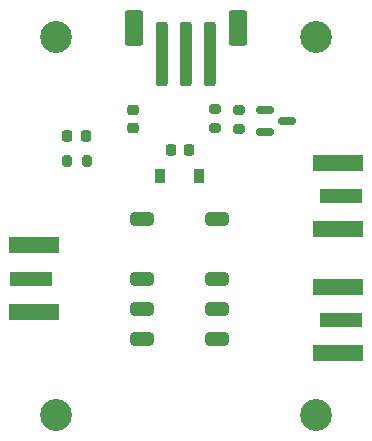
<source format=gbr>
%TF.GenerationSoftware,KiCad,Pcbnew,(6.0.1)*%
%TF.CreationDate,2022-02-13T11:50:17+00:00*%
%TF.ProjectId,Relay_RF_EE2,52656c61-795f-4524-965f-4545322e6b69,rev?*%
%TF.SameCoordinates,Original*%
%TF.FileFunction,Soldermask,Top*%
%TF.FilePolarity,Negative*%
%FSLAX46Y46*%
G04 Gerber Fmt 4.6, Leading zero omitted, Abs format (unit mm)*
G04 Created by KiCad (PCBNEW (6.0.1)) date 2022-02-13 11:50:17*
%MOMM*%
%LPD*%
G01*
G04 APERTURE LIST*
G04 Aperture macros list*
%AMRoundRect*
0 Rectangle with rounded corners*
0 $1 Rounding radius*
0 $2 $3 $4 $5 $6 $7 $8 $9 X,Y pos of 4 corners*
0 Add a 4 corners polygon primitive as box body*
4,1,4,$2,$3,$4,$5,$6,$7,$8,$9,$2,$3,0*
0 Add four circle primitives for the rounded corners*
1,1,$1+$1,$2,$3*
1,1,$1+$1,$4,$5*
1,1,$1+$1,$6,$7*
1,1,$1+$1,$8,$9*
0 Add four rect primitives between the rounded corners*
20,1,$1+$1,$2,$3,$4,$5,0*
20,1,$1+$1,$4,$5,$6,$7,0*
20,1,$1+$1,$6,$7,$8,$9,0*
20,1,$1+$1,$8,$9,$2,$3,0*%
G04 Aperture macros list end*
%ADD10C,2.700000*%
%ADD11R,3.600000X1.270000*%
%ADD12R,4.200000X1.350000*%
%ADD13RoundRect,0.200000X0.200000X0.275000X-0.200000X0.275000X-0.200000X-0.275000X0.200000X-0.275000X0*%
%ADD14RoundRect,0.200000X0.275000X-0.200000X0.275000X0.200000X-0.275000X0.200000X-0.275000X-0.200000X0*%
%ADD15RoundRect,0.225000X0.225000X0.250000X-0.225000X0.250000X-0.225000X-0.250000X0.225000X-0.250000X0*%
%ADD16RoundRect,0.200000X-0.275000X0.200000X-0.275000X-0.200000X0.275000X-0.200000X0.275000X0.200000X0*%
%ADD17RoundRect,0.225000X0.250000X-0.225000X0.250000X0.225000X-0.250000X0.225000X-0.250000X-0.225000X0*%
%ADD18RoundRect,0.250000X-0.250000X-2.500000X0.250000X-2.500000X0.250000X2.500000X-0.250000X2.500000X0*%
%ADD19RoundRect,0.250000X-0.550000X-1.250000X0.550000X-1.250000X0.550000X1.250000X-0.550000X1.250000X0*%
%ADD20RoundRect,0.218750X-0.218750X-0.256250X0.218750X-0.256250X0.218750X0.256250X-0.218750X0.256250X0*%
%ADD21RoundRect,0.150000X-0.587500X-0.150000X0.587500X-0.150000X0.587500X0.150000X-0.587500X0.150000X0*%
%ADD22RoundRect,0.249750X-0.750250X0.305250X-0.750250X-0.305250X0.750250X-0.305250X0.750250X0.305250X0*%
%ADD23R,0.900000X1.200000*%
G04 APERTURE END LIST*
D10*
%TO.C,H1*%
X104000000Y-104000000D03*
%TD*%
D11*
%TO.C,J2*%
X101900000Y-124500000D03*
D12*
X102100000Y-127325000D03*
X102100000Y-121675000D03*
%TD*%
D13*
%TO.C,R2*%
X106612500Y-114550000D03*
X104962500Y-114550000D03*
%TD*%
D14*
%TO.C,R1*%
X117450000Y-111775000D03*
X117450000Y-110125000D03*
%TD*%
D15*
%TO.C,C2*%
X115250000Y-113575000D03*
X113700000Y-113575000D03*
%TD*%
D16*
%TO.C,R3*%
X119500000Y-110175000D03*
X119500000Y-111825000D03*
%TD*%
D17*
%TO.C,C1*%
X110550000Y-111725000D03*
X110550000Y-110175000D03*
%TD*%
D10*
%TO.C,H4*%
X126000000Y-136000000D03*
%TD*%
%TO.C,H2*%
X104000000Y-136000000D03*
%TD*%
D18*
%TO.C,J1*%
X113000000Y-105500000D03*
X115000000Y-105500000D03*
X117000000Y-105500000D03*
D19*
X119400000Y-103250000D03*
X110600000Y-103250000D03*
%TD*%
D11*
%TO.C,J4*%
X128100000Y-128000000D03*
D12*
X127900000Y-125175000D03*
X127900000Y-130825000D03*
%TD*%
D20*
%TO.C,D2*%
X104962500Y-112450000D03*
X106537500Y-112450000D03*
%TD*%
D21*
%TO.C,Q1*%
X121662500Y-110200000D03*
X121662500Y-112100000D03*
X123537500Y-111150000D03*
%TD*%
D10*
%TO.C,H3*%
X126000000Y-104000000D03*
%TD*%
D11*
%TO.C,J3*%
X128100000Y-117500000D03*
D12*
X127900000Y-114675000D03*
X127900000Y-120325000D03*
%TD*%
D22*
%TO.C,K1*%
X111305000Y-119450000D03*
X111305000Y-124530000D03*
X111305000Y-127070000D03*
X111305000Y-129610000D03*
X117595000Y-129610000D03*
X117595000Y-127070000D03*
X117595000Y-124530000D03*
X117595000Y-119450000D03*
%TD*%
D23*
%TO.C,D1*%
X112825000Y-115825000D03*
X116125000Y-115825000D03*
%TD*%
M02*

</source>
